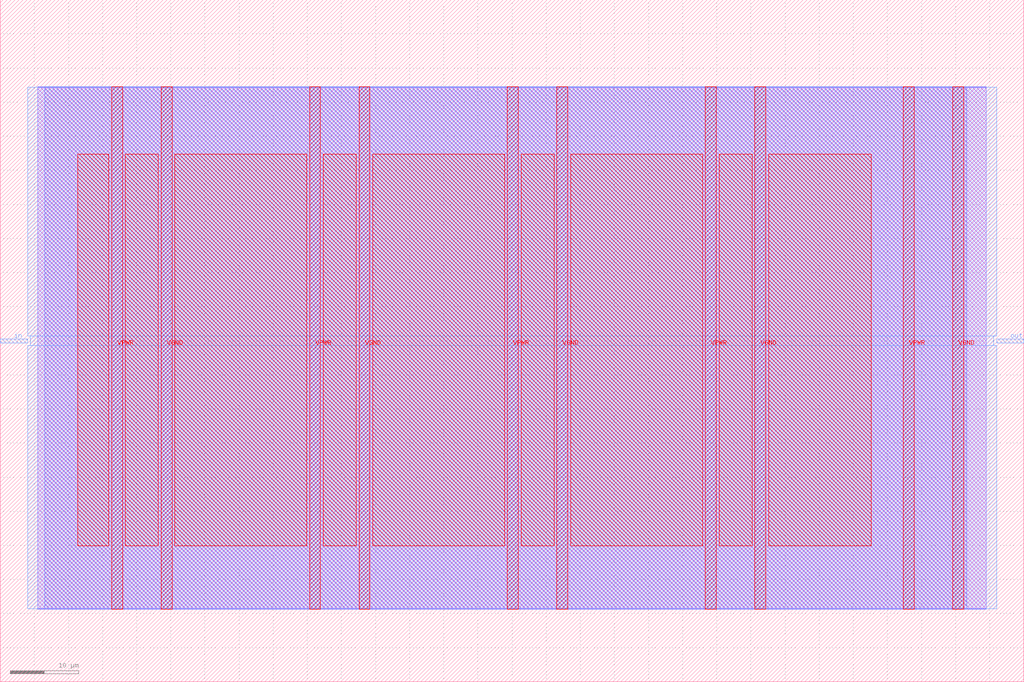
<source format=lef>
VERSION 5.7 ;
  NOWIREEXTENSIONATPIN ON ;
  DIVIDERCHAR "/" ;
  BUSBITCHARS "[]" ;
MACRO customcells
  CLASS BLOCK ;
  FOREIGN customcells ;
  ORIGIN 0.000 0.000 ;
  SIZE 150.000 BY 100.000 ;
  PIN VGND
    DIRECTION INOUT ;
    USE GROUND ;
    PORT
      LAYER met4 ;
        RECT 23.570 10.640 25.170 87.280 ;
    END
    PORT
      LAYER met4 ;
        RECT 52.570 10.640 54.170 87.280 ;
    END
    PORT
      LAYER met4 ;
        RECT 81.570 10.640 83.170 87.280 ;
    END
    PORT
      LAYER met4 ;
        RECT 110.570 10.640 112.170 87.280 ;
    END
    PORT
      LAYER met4 ;
        RECT 139.570 10.640 141.170 87.280 ;
    END
  END VGND
  PIN VPWR
    DIRECTION INOUT ;
    USE POWER ;
    PORT
      LAYER met4 ;
        RECT 16.320 10.640 17.920 87.280 ;
    END
    PORT
      LAYER met4 ;
        RECT 45.320 10.640 46.920 87.280 ;
    END
    PORT
      LAYER met4 ;
        RECT 74.320 10.640 75.920 87.280 ;
    END
    PORT
      LAYER met4 ;
        RECT 103.320 10.640 104.920 87.280 ;
    END
    PORT
      LAYER met4 ;
        RECT 132.320 10.640 133.920 87.280 ;
    END
  END VPWR
  PIN in
    DIRECTION INPUT ;
    USE SIGNAL ;
    PORT
      LAYER met3 ;
        RECT 0.000 49.680 4.000 50.280 ;
    END
  END in
  PIN out
    DIRECTION OUTPUT TRISTATE ;
    USE SIGNAL ;
    PORT
      LAYER met3 ;
        RECT 146.000 49.680 150.000 50.280 ;
    END
  END out
  OBS
      LAYER li1 ;
        RECT 5.520 10.795 144.440 87.125 ;
      LAYER met1 ;
        RECT 5.520 10.640 144.440 87.280 ;
      LAYER met2 ;
        RECT 6.540 10.695 141.580 87.225 ;
      LAYER met3 ;
        RECT 4.000 50.680 146.000 87.205 ;
        RECT 4.400 49.280 145.600 50.680 ;
        RECT 4.000 10.715 146.000 49.280 ;
      LAYER met4 ;
        RECT 11.335 19.895 15.920 77.345 ;
        RECT 18.320 19.895 23.170 77.345 ;
        RECT 25.570 19.895 44.920 77.345 ;
        RECT 47.320 19.895 52.170 77.345 ;
        RECT 54.570 19.895 73.920 77.345 ;
        RECT 76.320 19.895 81.170 77.345 ;
        RECT 83.570 19.895 102.920 77.345 ;
        RECT 105.320 19.895 110.170 77.345 ;
        RECT 112.570 19.895 127.585 77.345 ;
  END
END customcells
END LIBRARY


</source>
